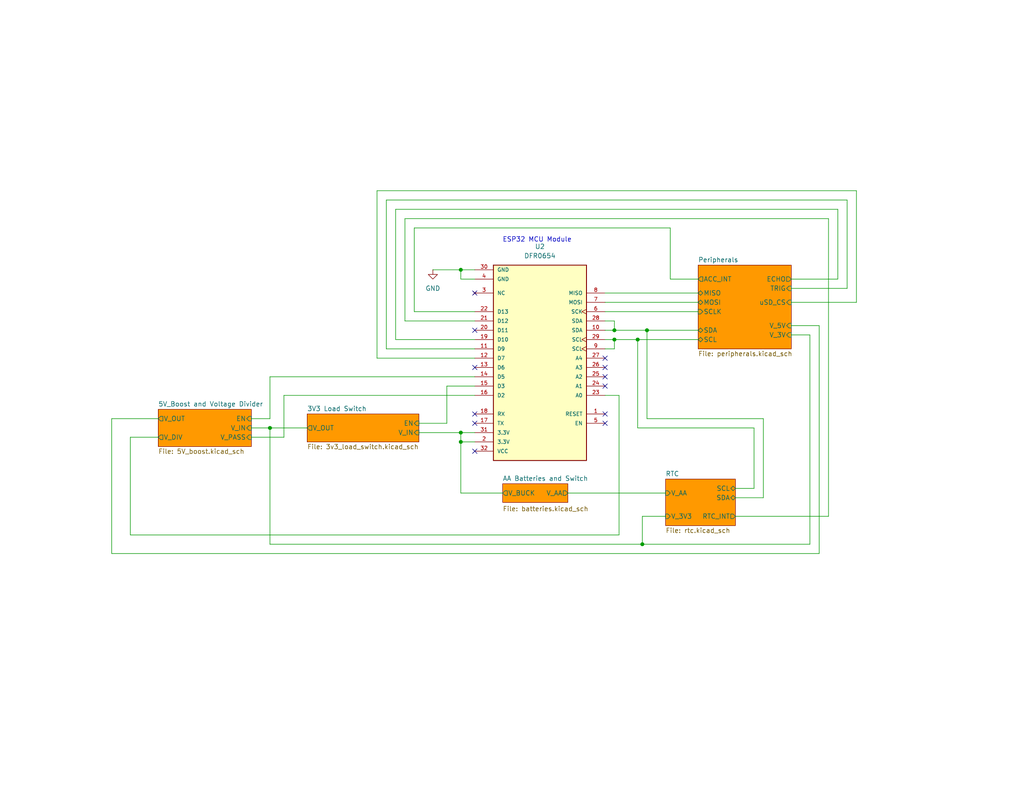
<source format=kicad_sch>
(kicad_sch (version 20250114) (generator "eeschema") (generator_version "9.0")
  (paper "A")
  (title_block (title "Brachi PCB") (date "2025-08-12") (rev "2.0") (company "McGill University Physics Department") (comment 1 "McGill Radio Lab") (comment 2 "Felix St-Amour & Eamon Egan"))
  (lib_symbols
    (symbol "Singing Poles Symbols:DFR0654" (pin_names (offset 1.016))
      (property "Reference" "U2" (at 0 -33.02 0))
      (property "Value" "DFR0654" (at 0 -30.48 0))
      (symbol "DFR0654_0_0"
        (rectangle (start -12.7 25.4) (end 12.7 -27.94) (stroke (width 0.254)) (fill (type background)))
        (pin input line (at -17.78 15.24 0) (length 5.08) (name "EN") (number "5"))
        (pin input line (at -17.78 12.7 0) (length 5.08) (name "RESET") (number "1"))
        (pin input line (at -17.78 7.62 0) (length 5.08) (name "A0") (number "23"))
        (pin input line (at -17.78 5.08 0) (length 5.08) (name "A1") (number "24"))
        (pin input line (at -17.78 2.54 0) (length 5.08) (name "A2") (number "25"))
        (pin input line (at -17.78 0 0) (length 5.08) (name "A3") (number "26"))
        (pin input line (at -17.78 -2.54 0) (length 5.08) (name "A4") (number "27"))
        (pin input clock (at -17.78 -5.08 0) (length 5.08) (name "SCL") (number "9"))
        (pin input clock (at -17.78 -7.62 0) (length 5.08) (name "SCL") (number "29"))
        (pin bidirectional line (at -17.78 -10.16 0) (length 5.08) (name "SDA") (number "10"))
        (pin bidirectional line (at -17.78 -12.7 0) (length 5.08) (name "SDA") (number "28"))
        (pin input clock (at -17.78 -15.24 0) (length 5.08) (name "SCK") (number "6"))
        (pin input line (at -17.78 -17.78 0) (length 5.08) (name "MOSI") (number "7"))
        (pin output line (at -17.78 -20.32 0) (length 5.08) (name "MISO") (number "8"))
        (pin power_in line (at 17.78 22.86 180) (length 5.08) (name "VCC") (number "32"))
        (pin power_in line (at 17.78 20.32 180) (length 5.08) (name "3.3V") (number "2"))
        (pin power_in line (at 17.78 17.78 180) (length 5.08) (name "3.3V") (number "31"))
        (pin output line (at 17.78 15.24 180) (length 5.08) (name "TX") (number "17"))
        (pin input line (at 17.78 12.7 180) (length 5.08) (name "RX") (number "18"))
        (pin bidirectional line (at 17.78 7.62 180) (length 5.08) (name "D2") (number "16"))
        (pin bidirectional line (at 17.78 5.08 180) (length 5.08) (name "D3") (number "15"))
        (pin bidirectional line (at 17.78 2.54 180) (length 5.08) (name "D5") (number "14"))
        (pin bidirectional line (at 17.78 0 180) (length 5.08) (name "D6") (number "13"))
        (pin bidirectional line (at 17.78 -2.54 180) (length 5.08) (name "D7") (number "12"))
        (pin bidirectional line (at 17.78 -5.08 180) (length 5.08) (name "D9") (number "11"))
        (pin bidirectional line (at 17.78 -7.62 180) (length 5.08) (name "D10") (number "19"))
        (pin bidirectional line (at 17.78 -10.16 180) (length 5.08) (name "D11") (number "20"))
        (pin bidirectional line (at 17.78 -12.7 180) (length 5.08) (name "D12") (number "21"))
        (pin bidirectional line (at 17.78 -15.24 180) (length 5.08) (name "D13") (number "22"))
        (pin no_connect line (at 17.78 -20.32 180) (length 5.08) (name "NC") (number "3"))
        (pin power_in line (at 17.78 -24.13 180) (length 5.08) (name "GND") (number "4"))
        (pin power_in line (at 17.78 -26.67 180) (length 5.08) (name "GND") (number "30"))
      )
    )
    (symbol "power:GND" (power) (pin_numbers (hide yes)) (pin_names (offset 0) (hide yes))
      (property "Value" "GND" (at 0 -3.81 0))
      (symbol "GND_0_1"
        (polyline (pts (xy 0 0) (xy 0 -1.27) (xy 1.27 -1.27) (xy 0 -2.54) (xy -1.27 -1.27) (xy 0 -1.27)))
      )
      (symbol "GND_1_1"
        (pin power_in line (at 0 0 270) (length 0) (name "~") (number "1"))
      )
    )
  )
  (text "ESP32 MCU Module" (at 146.558 65.532 0) (effects (font (size 1.27 1.27))))
  (junction (at 125.73 73.66))
  (junction (at 73.66 116.84))
  (junction (at 176.53 90.17))
  (junction (at 173.99 92.71))
  (junction (at 175.26 148.59))
  (junction (at 125.73 118.11))
  (junction (at 167.64 90.17))
  (junction (at 167.64 92.71))
  (junction (at 125.73 120.65))
  (no_connect (at 165.1 105.41))
  (no_connect (at 129.54 115.57))
  (no_connect (at 129.54 100.33))
  (no_connect (at 165.1 102.87))
  (no_connect (at 129.54 113.03))
  (no_connect (at 165.1 115.57))
  (no_connect (at 165.1 113.03))
  (no_connect (at 129.54 90.17))
  (no_connect (at 165.1 97.79))
  (no_connect (at 165.1 100.33))
  (no_connect (at 129.54 123.19))
  (no_connect (at 129.54 80.01))
  (wire (pts (xy 226.06 59.69) (xy 110.49 59.69)))
  (wire (pts (xy 205.74 133.35) (xy 205.74 116.84)))
  (wire (pts (xy 77.47 107.95) (xy 77.47 119.38)))
  (wire (pts (xy 215.9 82.55) (xy 233.68 82.55)))
  (wire (pts (xy 231.14 78.74) (xy 231.14 54.61)))
  (wire (pts (xy 114.3 118.11) (xy 125.73 118.11)))
  (wire (pts (xy 35.56 146.05) (xy 168.91 146.05)))
  (wire (pts (xy 165.1 95.25) (xy 167.64 95.25)))
  (wire (pts (xy 73.66 116.84) (xy 83.82 116.84)))
  (wire (pts (xy 102.87 97.79) (xy 129.54 97.79)))
  (wire (pts (xy 129.54 73.66) (xy 125.73 73.66)))
  (wire (pts (xy 68.58 116.84) (xy 73.66 116.84)))
  (wire (pts (xy 105.41 54.61) (xy 105.41 95.25)))
  (wire (pts (xy 228.6 76.2) (xy 228.6 57.15)))
  (wire (pts (xy 167.64 87.63) (xy 167.64 90.17)))
  (wire (pts (xy 165.1 87.63) (xy 167.64 87.63)))
  (wire (pts (xy 228.6 57.15) (xy 107.95 57.15)))
  (wire (pts (xy 165.1 85.09) (xy 190.5 85.09)))
  (wire (pts (xy 121.92 115.57) (xy 121.92 105.41)))
  (wire (pts (xy 175.26 140.97) (xy 175.26 148.59)))
  (wire (pts (xy 129.54 118.11) (xy 125.73 118.11)))
  (wire (pts (xy 68.58 114.3) (xy 73.66 114.3)))
  (wire (pts (xy 114.3 115.57) (xy 121.92 115.57)))
  (wire (pts (xy 165.1 92.71) (xy 167.64 92.71)))
  (wire (pts (xy 182.88 76.2) (xy 182.88 62.23)))
  (wire (pts (xy 125.73 73.66) (xy 125.73 76.2)))
  (wire (pts (xy 215.9 78.74) (xy 231.14 78.74)))
  (wire (pts (xy 43.18 119.38) (xy 35.56 119.38)))
  (wire (pts (xy 168.91 107.95) (xy 165.1 107.95)))
  (wire (pts (xy 182.88 62.23) (xy 113.03 62.23)))
  (wire (pts (xy 113.03 85.09) (xy 129.54 85.09)))
  (wire (pts (xy 175.26 140.97) (xy 181.61 140.97)))
  (wire (pts (xy 154.94 134.62) (xy 181.61 134.62)))
  (wire (pts (xy 208.28 114.3) (xy 176.53 114.3)))
  (wire (pts (xy 73.66 148.59) (xy 175.26 148.59)))
  (wire (pts (xy 200.66 140.97) (xy 226.06 140.97)))
  (wire (pts (xy 223.52 151.13) (xy 223.52 88.9)))
  (wire (pts (xy 165.1 82.55) (xy 190.5 82.55)))
  (wire (pts (xy 223.52 88.9) (xy 215.9 88.9)))
  (wire (pts (xy 107.95 57.15) (xy 107.95 92.71)))
  (wire (pts (xy 190.5 76.2) (xy 182.88 76.2)))
  (wire (pts (xy 125.73 118.11) (xy 125.73 120.65)))
  (wire (pts (xy 167.64 92.71) (xy 167.64 95.25)))
  (wire (pts (xy 118.11 73.66) (xy 125.73 73.66)))
  (wire (pts (xy 176.53 114.3) (xy 176.53 90.17)))
  (wire (pts (xy 215.9 76.2) (xy 228.6 76.2)))
  (wire (pts (xy 168.91 146.05) (xy 168.91 107.95)))
  (wire (pts (xy 30.48 151.13) (xy 223.52 151.13)))
  (wire (pts (xy 73.66 116.84) (xy 73.66 148.59)))
  (wire (pts (xy 165.1 80.01) (xy 190.5 80.01)))
  (wire (pts (xy 167.64 92.71) (xy 173.99 92.71)))
  (wire (pts (xy 107.95 92.71) (xy 129.54 92.71)))
  (wire (pts (xy 173.99 92.71) (xy 190.5 92.71)))
  (wire (pts (xy 165.1 90.17) (xy 167.64 90.17)))
  (wire (pts (xy 73.66 102.87) (xy 129.54 102.87)))
  (wire (pts (xy 110.49 87.63) (xy 129.54 87.63)))
  (wire (pts (xy 173.99 116.84) (xy 173.99 92.71)))
  (wire (pts (xy 43.18 114.3) (xy 30.48 114.3)))
  (wire (pts (xy 73.66 114.3) (xy 73.66 102.87)))
  (wire (pts (xy 200.66 133.35) (xy 205.74 133.35)))
  (wire (pts (xy 220.98 91.44) (xy 215.9 91.44)))
  (wire (pts (xy 167.64 90.17) (xy 176.53 90.17)))
  (wire (pts (xy 77.47 119.38) (xy 68.58 119.38)))
  (wire (pts (xy 125.73 134.62) (xy 137.16 134.62)))
  (wire (pts (xy 110.49 59.69) (xy 110.49 87.63)))
  (wire (pts (xy 233.68 52.07) (xy 102.87 52.07)))
  (wire (pts (xy 231.14 54.61) (xy 105.41 54.61)))
  (wire (pts (xy 200.66 135.89) (xy 208.28 135.89)))
  (wire (pts (xy 113.03 62.23) (xy 113.03 85.09)))
  (wire (pts (xy 208.28 135.89) (xy 208.28 114.3)))
  (wire (pts (xy 125.73 120.65) (xy 125.73 134.62)))
  (wire (pts (xy 121.92 105.41) (xy 129.54 105.41)))
  (wire (pts (xy 129.54 107.95) (xy 77.47 107.95)))
  (wire (pts (xy 220.98 148.59) (xy 220.98 91.44)))
  (wire (pts (xy 176.53 90.17) (xy 190.5 90.17)))
  (wire (pts (xy 125.73 120.65) (xy 129.54 120.65)))
  (wire (pts (xy 175.26 148.59) (xy 220.98 148.59)))
  (wire (pts (xy 125.73 76.2) (xy 129.54 76.2)))
  (wire (pts (xy 205.74 116.84) (xy 173.99 116.84)))
  (wire (pts (xy 233.68 82.55) (xy 233.68 52.07)))
  (wire (pts (xy 35.56 119.38) (xy 35.56 146.05)))
  (wire (pts (xy 30.48 114.3) (xy 30.48 151.13)))
  (wire (pts (xy 102.87 52.07) (xy 102.87 97.79)))
  (wire (pts (xy 226.06 140.97) (xy 226.06 59.69)))
  (wire (pts (xy 105.41 95.25) (xy 129.54 95.25)))
  (symbol (lib_id "power:GND") (at 118.11 73.66 0) (unit 1)
    (property "Reference" "#PWR01" (effects (hide yes)))
    (property "Value" "GND" (at 118.11 78.74 0))
    (property "Description" "Power symbol creates a global label with name \"GND\" , ground" (effects (hide yes)))
  )
  (symbol (lib_id "Singing Poles Symbols:DFR0654") (at 147.32 100.33 180) (unit 1)
    (property "Reference" "U2" (at 147.32 67.31 0))
    (property "Value" "DFR0654" (at 147.32 69.85 0))
    (property "Footprint" "singing foot:MODULE_DFR0654" (effects (hide yes)))
  )
  (sheet (at 83.82 113.03) (size 30.48 7.62) (stroke (width 0.1524)) (fill (color 255 153 0 1.0000))
    (property "Sheetname" "3V3 Load Switch" (at 83.82 112.3184 0) (effects (justify left bottom)))
    (property "Sheetfile" "3v3_load_switch.kicad_sch" (at 83.82 121.2346 0) (effects (justify left top)))
    (pin "V_OUT" output (at 83.82 116.84 180))
    (pin "EN" input (at 114.3 115.57 0))
    (pin "V_IN" input (at 114.3 118.11 0))
  )
  (sheet (at 190.5 72.39) (size 25.4 22.86) (stroke (width 0.1524)) (fill (color 255 153 0 1.0000))
    (property "Sheetname" "Peripherals" (at 190.5 71.6784 0) (effects (justify left bottom)))
    (property "Sheetfile" "peripherals.kicad_sch" (at 190.5 95.8346 0) (effects (justify left top)))
    (pin "ACC_INT" output (at 190.5 76.2 180))
    (pin "ECHO" output (at 215.9 76.2 0))
    (pin "MISO" bidirectional (at 190.5 80.01 180))
    (pin "MOSI" bidirectional (at 190.5 82.55 180))
    (pin "SCL" bidirectional (at 190.5 92.71 180))
    (pin "SCLK" input (at 190.5 85.09 180))
    (pin "SDA" bidirectional (at 190.5 90.17 180))
    (pin "TRIG" input (at 215.9 78.74 0))
    (pin "uSD_CS" input (at 215.9 82.55 0))
    (pin "V_3V" input (at 215.9 91.44 0))
    (pin "V_5V" input (at 215.9 88.9 0))
  )
  (sheet (at 137.16 132.08) (size 17.78 5.08) (stroke (width 0.1524)) (fill (color 255 153 0 1.0000))
    (property "Sheetname" "AA Batteries and Switch" (at 137.16 131.3684 0) (effects (justify left bottom)))
    (property "Sheetfile" "batteries.kicad_sch" (at 137.16 138.176 0) (effects (justify left top)))
    (pin "V_AA" output (at 154.94 134.62 0))
    (pin "V_BUCK" output (at 137.16 134.62 180))
  )
  (sheet (at 181.61 130.81) (size 19.05 12.7) (stroke (width 0.1524)) (fill (color 255 153 0 1.0000))
    (property "Sheetname" "RTC" (at 181.61 130.0984 0) (effects (justify left bottom)))
    (property "Sheetfile" "rtc.kicad_sch" (at 181.61 144.0946 0) (effects (justify left top)))
    (pin "RTC_INT" output (at 200.66 140.97 0))
    (pin "SCL" bidirectional (at 200.66 133.35 0))
    (pin "SDA" bidirectional (at 200.66 135.89 0))
    (pin "V_AA" input (at 181.61 134.62 180))
    (pin "V_3V3" input (at 181.61 140.97 180))
  )
  (sheet (at 43.18 111.76) (size 25.4 10.16) (stroke (width 0.1524)) (fill (color 255 153 0 1.0000))
    (property "Sheetname" "5V_Boost and Voltage Divider" (at 43.18 111.0484 0) (effects (justify left bottom)))
    (property "Sheetfile" "5V_boost.kicad_sch" (at 43.18 122.5046 0) (effects (justify left top)))
    (pin "EN" input (at 68.58 114.3 0))
    (pin "V_IN" input (at 68.58 116.84 0))
    (pin "V_OUT" output (at 43.18 114.3 180))
    (pin "V_DIV" output (at 43.18 119.38 180))
    (pin "V_PASS" input (at 68.58 119.38 0))
  )
)
</source>
